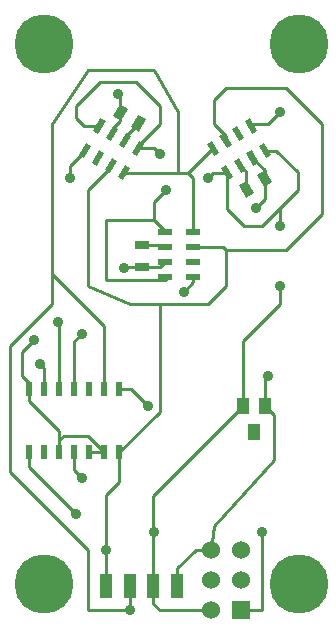
<source format=gtl>
G04 (created by PCBNEW-RS274X (2011-nov-30)-testing) date Wed 04 Jul 2012 05:37:31 AM PDT*
%MOIN*%
G04 Gerber Fmt 3.4, Leading zero omitted, Abs format*
%FSLAX34Y34*%
G01*
G70*
G90*
G04 APERTURE LIST*
%ADD10C,0.006*%
%ADD11R,0.0393X0.0551*%
%ADD12R,0.0472X0.0196*%
%ADD13R,0.0472X0.0314*%
%ADD14R,0.02X0.045*%
%ADD15R,0.06X0.06*%
%ADD16C,0.06*%
%ADD17C,0.1969*%
%ADD18C,0.0197*%
%ADD19R,0.0394X0.0787*%
%ADD20C,0.035*%
%ADD21C,0.01*%
G04 APERTURE END LIST*
G54D10*
G54D11*
X6124Y6583D03*
X5376Y6583D03*
X5750Y5717D03*
G54D12*
X2778Y12388D03*
X2778Y11896D03*
X2778Y11404D03*
X2778Y10912D03*
X3722Y10912D03*
X3722Y11404D03*
X3722Y11896D03*
X3722Y12388D03*
G54D10*
G36*
X1908Y15443D02*
X2078Y15345D01*
X1842Y14937D01*
X1672Y15035D01*
X1908Y15443D01*
X1908Y15443D01*
G37*
G36*
X1482Y15689D02*
X1652Y15591D01*
X1416Y15183D01*
X1246Y15281D01*
X1482Y15689D01*
X1482Y15689D01*
G37*
G36*
X1056Y15935D02*
X1226Y15837D01*
X990Y15429D01*
X820Y15527D01*
X1056Y15935D01*
X1056Y15935D01*
G37*
G36*
X630Y16181D02*
X800Y16083D01*
X564Y15675D01*
X394Y15773D01*
X630Y16181D01*
X630Y16181D01*
G37*
G36*
X158Y15363D02*
X328Y15265D01*
X92Y14857D01*
X-78Y14955D01*
X158Y15363D01*
X158Y15363D01*
G37*
G36*
X584Y15117D02*
X754Y15019D01*
X518Y14611D01*
X348Y14709D01*
X584Y15117D01*
X584Y15117D01*
G37*
G36*
X1010Y14871D02*
X1180Y14773D01*
X944Y14365D01*
X774Y14463D01*
X1010Y14871D01*
X1010Y14871D01*
G37*
G36*
X1436Y14625D02*
X1606Y14527D01*
X1370Y14119D01*
X1200Y14217D01*
X1436Y14625D01*
X1436Y14625D01*
G37*
G36*
X5050Y14217D02*
X4880Y14119D01*
X4644Y14527D01*
X4814Y14625D01*
X5050Y14217D01*
X5050Y14217D01*
G37*
G36*
X5476Y14463D02*
X5306Y14365D01*
X5070Y14773D01*
X5240Y14871D01*
X5476Y14463D01*
X5476Y14463D01*
G37*
G36*
X5902Y14709D02*
X5732Y14611D01*
X5496Y15019D01*
X5666Y15117D01*
X5902Y14709D01*
X5902Y14709D01*
G37*
G36*
X6328Y14955D02*
X6158Y14857D01*
X5922Y15265D01*
X6092Y15363D01*
X6328Y14955D01*
X6328Y14955D01*
G37*
G36*
X5856Y15773D02*
X5686Y15675D01*
X5450Y16083D01*
X5620Y16181D01*
X5856Y15773D01*
X5856Y15773D01*
G37*
G36*
X5430Y15527D02*
X5260Y15429D01*
X5024Y15837D01*
X5194Y15935D01*
X5430Y15527D01*
X5430Y15527D01*
G37*
G36*
X5004Y15281D02*
X4834Y15183D01*
X4598Y15591D01*
X4768Y15689D01*
X5004Y15281D01*
X5004Y15281D01*
G37*
G36*
X4578Y15035D02*
X4408Y14937D01*
X4172Y15345D01*
X4342Y15443D01*
X4578Y15035D01*
X4578Y15035D01*
G37*
G36*
X1039Y16251D02*
X1275Y16660D01*
X1547Y16503D01*
X1311Y16094D01*
X1039Y16251D01*
X1039Y16251D01*
G37*
G36*
X1653Y15897D02*
X1889Y16306D01*
X2161Y16149D01*
X1925Y15740D01*
X1653Y15897D01*
X1653Y15897D01*
G37*
G54D13*
X2000Y11246D03*
X2000Y11954D03*
G54D10*
G36*
X6125Y14460D02*
X6361Y14051D01*
X6089Y13894D01*
X5853Y14303D01*
X6125Y14460D01*
X6125Y14460D01*
G37*
G36*
X5511Y14106D02*
X5747Y13697D01*
X5475Y13540D01*
X5239Y13949D01*
X5511Y14106D01*
X5511Y14106D01*
G37*
G54D14*
X-1750Y5050D03*
X-1250Y5050D03*
X-750Y5050D03*
X-250Y5050D03*
X250Y5050D03*
X750Y5050D03*
X1250Y5050D03*
X1250Y7150D03*
X750Y7150D03*
X250Y7150D03*
X-250Y7150D03*
X-750Y7150D03*
X-1250Y7150D03*
X-1750Y7150D03*
G54D15*
X5300Y-200D03*
G54D16*
X4300Y-200D03*
X5300Y800D03*
X4300Y800D03*
X5300Y1800D03*
X4300Y1800D03*
G54D17*
X7250Y18650D03*
G54D18*
X7250Y19477D03*
X7250Y17823D03*
X7959Y19083D03*
X7959Y18217D03*
X6541Y18217D03*
X6541Y19083D03*
G54D17*
X-1250Y18650D03*
G54D18*
X-1250Y19477D03*
X-1250Y17823D03*
X-541Y19083D03*
X-541Y18217D03*
X-1959Y18217D03*
X-1959Y19083D03*
G54D17*
X-1250Y650D03*
G54D18*
X-1250Y1477D03*
X-1250Y-177D03*
X-541Y1083D03*
X-541Y217D03*
X-1959Y217D03*
X-1959Y1083D03*
G54D17*
X7250Y650D03*
G54D18*
X7250Y1477D03*
X7250Y-177D03*
X7959Y1083D03*
X7959Y217D03*
X6541Y217D03*
X6541Y1083D03*
G54D19*
X2394Y600D03*
X1606Y600D03*
X819Y600D03*
X3181Y600D03*
G54D20*
X6000Y2400D03*
X2200Y6600D03*
X0Y4200D03*
X1600Y-200D03*
X800Y1800D03*
X-1400Y8000D03*
X3400Y10400D03*
X-400Y14200D03*
X-800Y9400D03*
X0Y9000D03*
X6600Y16400D03*
X-1600Y8800D03*
X6200Y7600D03*
X5800Y13200D03*
X1200Y17000D03*
X1400Y11200D03*
X2400Y2400D03*
X-200Y3000D03*
X6600Y12600D03*
X6600Y10600D03*
X2800Y13800D03*
X2600Y15000D03*
X4200Y14200D03*
G54D21*
X1250Y7150D02*
X1650Y7150D01*
X6000Y-200D02*
X5300Y-200D01*
X6000Y2400D02*
X6000Y-200D01*
X1650Y7150D02*
X2200Y6600D01*
X-250Y5050D02*
X-250Y4450D01*
X-250Y4450D02*
X0Y4200D01*
X1600Y-200D02*
X1606Y-194D01*
X1606Y600D02*
X1606Y-194D01*
X-1000Y10000D02*
X-1000Y11000D01*
X-2400Y8600D02*
X-1000Y10000D01*
X-2400Y4400D02*
X-2400Y8600D01*
X200Y1800D02*
X-2400Y4400D01*
X200Y-200D02*
X200Y1800D01*
X1600Y-200D02*
X200Y-200D01*
X1606Y-194D02*
X1600Y-200D01*
X750Y7150D02*
X750Y9250D01*
X3200Y16400D02*
X3200Y14372D01*
X2400Y17800D02*
X3200Y16400D01*
X200Y17800D02*
X2400Y17800D01*
X-1000Y16000D02*
X200Y17800D01*
X-1000Y11000D02*
X-1000Y16000D01*
X750Y9250D02*
X-1000Y11000D01*
X3722Y12388D02*
X3722Y14207D01*
X3722Y14207D02*
X3557Y14372D01*
X1403Y14372D02*
X3200Y14372D01*
X3200Y14372D02*
X3557Y14372D01*
X3557Y14372D02*
X4375Y15190D01*
X800Y1800D02*
X819Y1800D01*
X1250Y5050D02*
X1250Y4050D01*
X819Y3619D02*
X819Y1800D01*
X819Y1800D02*
X819Y600D01*
X1250Y4050D02*
X819Y3619D01*
X4801Y15436D02*
X4801Y15599D01*
X6800Y11800D02*
X4800Y11800D01*
X8000Y13000D02*
X6800Y11800D01*
X8000Y16000D02*
X8000Y13000D01*
X6800Y17200D02*
X8000Y16000D01*
X4800Y17200D02*
X6800Y17200D01*
X4400Y16800D02*
X4800Y17200D01*
X4400Y16000D02*
X4400Y16800D01*
X4801Y15599D02*
X4400Y16000D01*
X2600Y10000D02*
X2600Y6400D01*
X2600Y6400D02*
X1250Y5050D01*
X977Y14618D02*
X977Y14577D01*
X4704Y11896D02*
X3722Y11896D01*
X4800Y11800D02*
X4704Y11896D01*
X4800Y10600D02*
X4800Y11800D01*
X4200Y10000D02*
X4800Y10600D01*
X1600Y10000D02*
X2600Y10000D01*
X2600Y10000D02*
X4200Y10000D01*
X200Y10600D02*
X1600Y10000D01*
X200Y13800D02*
X200Y10600D01*
X977Y14577D02*
X200Y13800D01*
X3722Y10912D02*
X3722Y10722D01*
X-1250Y7850D02*
X-1250Y7150D01*
X-1400Y8000D02*
X-1250Y7850D01*
X3722Y10722D02*
X3400Y10400D01*
X-750Y7150D02*
X-750Y9350D01*
X110Y15110D02*
X125Y15110D01*
X-400Y14600D02*
X110Y15110D01*
X-400Y14200D02*
X-400Y14600D01*
X-750Y9350D02*
X-800Y9400D01*
X5800Y16000D02*
X5725Y16000D01*
X-250Y8750D02*
X0Y9000D01*
X6600Y16400D02*
X6200Y16000D01*
X6200Y16000D02*
X5800Y16000D01*
X-250Y7150D02*
X-250Y8750D01*
X5725Y16000D02*
X5653Y15928D01*
X-1750Y7150D02*
X-1750Y7350D01*
X-2000Y8400D02*
X-1600Y8800D01*
X-2000Y7600D02*
X-2000Y8400D01*
X-1750Y7350D02*
X-2000Y7600D01*
X6124Y7524D02*
X6124Y6583D01*
X6200Y7600D02*
X6124Y7524D01*
X3181Y600D02*
X3181Y1181D01*
X3800Y1800D02*
X4300Y1800D01*
X3181Y1181D02*
X3800Y1800D01*
X6107Y14177D02*
X6107Y13507D01*
X6107Y13507D02*
X5800Y13200D01*
X1293Y16377D02*
X1293Y16907D01*
X1293Y16907D02*
X1200Y17000D01*
X1446Y11246D02*
X2000Y11246D01*
X1400Y11200D02*
X1446Y11246D01*
X2000Y11246D02*
X2620Y11246D01*
X2620Y11246D02*
X2778Y11404D01*
X6107Y14177D02*
X6107Y14456D01*
X6107Y14456D02*
X5699Y14864D01*
X1023Y15682D02*
X1023Y15823D01*
X1293Y16093D02*
X1293Y16377D01*
X1023Y15823D02*
X1293Y16093D01*
X-1750Y7150D02*
X-1750Y6750D01*
X-750Y5750D02*
X-750Y5050D01*
X-1750Y6750D02*
X-750Y5750D01*
X-750Y5050D02*
X-750Y5450D01*
X200Y5600D02*
X750Y5050D01*
X-600Y5600D02*
X200Y5600D01*
X-750Y5450D02*
X-600Y5600D01*
X250Y5050D02*
X750Y5050D01*
X4300Y1800D02*
X4400Y2600D01*
X4400Y2600D02*
X6400Y4800D01*
X6400Y4800D02*
X6400Y6307D01*
X6400Y6307D02*
X6124Y6583D01*
X5493Y13823D02*
X5493Y14398D01*
X5493Y14398D02*
X5273Y14618D01*
X1449Y15436D02*
X1449Y15565D01*
X1449Y15565D02*
X1907Y16023D01*
X2000Y11954D02*
X2720Y11954D01*
X2720Y11954D02*
X2778Y11896D01*
X-1750Y5050D02*
X-1750Y4550D01*
X-1750Y4550D02*
X-200Y3000D01*
X2400Y2400D02*
X2394Y2400D01*
X2394Y2400D02*
X2400Y2400D01*
X2400Y2400D02*
X2394Y2400D01*
X5376Y6583D02*
X5376Y8776D01*
X6600Y12600D02*
X6600Y13200D01*
X6600Y10000D02*
X6600Y10600D01*
X5376Y8776D02*
X6600Y10000D01*
X2400Y12800D02*
X2400Y13400D01*
X2400Y13400D02*
X2800Y13800D01*
X1875Y15190D02*
X2410Y15190D01*
X2410Y15190D02*
X2600Y15000D01*
X4372Y14372D02*
X4847Y14372D01*
X4200Y14200D02*
X4372Y14372D01*
X2394Y600D02*
X2394Y2400D01*
X2394Y2400D02*
X2394Y3601D01*
X2394Y3601D02*
X5376Y6583D01*
X2394Y600D02*
X2394Y6D01*
X2600Y-200D02*
X4300Y-200D01*
X2394Y6D02*
X2600Y-200D01*
X2778Y12388D02*
X2778Y12422D01*
X2778Y10822D02*
X2778Y10912D01*
X2800Y10800D02*
X2778Y10822D01*
X800Y10800D02*
X2800Y10800D01*
X800Y12800D02*
X800Y10800D01*
X1000Y12800D02*
X800Y12800D01*
X2400Y12800D02*
X1000Y12800D01*
X2778Y12422D02*
X2400Y12800D01*
X1875Y15190D02*
X1875Y15275D01*
X72Y15928D02*
X597Y15928D01*
X-200Y16200D02*
X72Y15928D01*
X-200Y16600D02*
X-200Y16200D01*
X600Y17400D02*
X-200Y16600D01*
X1800Y17400D02*
X600Y17400D01*
X2600Y16600D02*
X1800Y17400D01*
X2600Y16000D02*
X2600Y16600D01*
X1875Y15275D02*
X2600Y16000D01*
X6125Y15110D02*
X6490Y15110D01*
X6490Y15110D02*
X7200Y14400D01*
X7200Y14400D02*
X7200Y13800D01*
X7200Y13800D02*
X6600Y13200D01*
X6000Y12600D02*
X5400Y12600D01*
X5400Y12600D02*
X4847Y13153D01*
X4847Y13153D02*
X4847Y14372D01*
X6600Y13200D02*
X6000Y12600D01*
M02*

</source>
